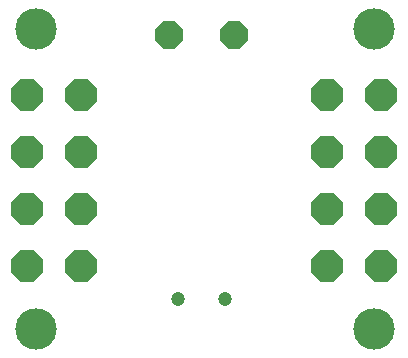
<source format=gbs>
G75*
%MOIN*%
%OFA0B0*%
%FSLAX25Y25*%
%IPPOS*%
%LPD*%
%AMOC8*
5,1,8,0,0,1.08239X$1,22.5*
%
%ADD10C,0.13800*%
%ADD11OC8,0.10800*%
%ADD12C,0.04737*%
%ADD13OC8,0.09068*%
D10*
X0012250Y0012250D03*
X0012250Y0112250D03*
X0124750Y0112250D03*
X0124750Y0012250D03*
D11*
X0127250Y0033250D03*
X0109250Y0033250D03*
X0109250Y0052250D03*
X0127250Y0052250D03*
X0127250Y0071250D03*
X0109250Y0071250D03*
X0109250Y0090250D03*
X0127250Y0090250D03*
X0027250Y0090250D03*
X0009250Y0090250D03*
X0009250Y0071250D03*
X0027250Y0071250D03*
X0027250Y0052250D03*
X0009250Y0052250D03*
X0009250Y0033250D03*
X0027250Y0033250D03*
D12*
X0059376Y0022250D03*
X0075124Y0022250D03*
D13*
X0078077Y0110250D03*
X0056423Y0110250D03*
M02*

</source>
